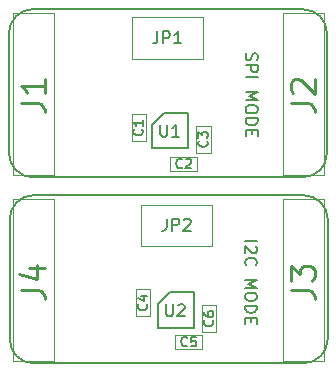
<source format=gbr>
%TF.GenerationSoftware,KiCad,Pcbnew,4.0.4+e1-6308~48~ubuntu16.04.1-stable*%
%TF.CreationDate,2017-01-02T12:50:36-08:00*%
%TF.ProjectId,mpu9250-breakout,6D7075393235302D627265616B6F7574,v1.0*%
%TF.FileFunction,Other,Fab,Top*%
%FSLAX46Y46*%
G04 Gerber Fmt 4.6, Leading zero omitted, Abs format (unit mm)*
G04 Created by KiCad (PCBNEW 4.0.4+e1-6308~48~ubuntu16.04.1-stable) date Mon Jan  2 12:50:36 2017*
%MOMM*%
%LPD*%
G01*
G04 APERTURE LIST*
%ADD10C,0.350000*%
%ADD11C,0.152400*%
%ADD12C,0.150000*%
%ADD13C,0.050000*%
%ADD14C,0.050800*%
%ADD15C,0.254000*%
G04 APERTURE END LIST*
D10*
D11*
X150591762Y-95171381D02*
X150543381Y-95316524D01*
X150543381Y-95558428D01*
X150591762Y-95655190D01*
X150640143Y-95703571D01*
X150736905Y-95751952D01*
X150833667Y-95751952D01*
X150930429Y-95703571D01*
X150978810Y-95655190D01*
X151027190Y-95558428D01*
X151075571Y-95364905D01*
X151123952Y-95268143D01*
X151172333Y-95219762D01*
X151269095Y-95171381D01*
X151365857Y-95171381D01*
X151462619Y-95219762D01*
X151511000Y-95268143D01*
X151559381Y-95364905D01*
X151559381Y-95606809D01*
X151511000Y-95751952D01*
X150543381Y-96187381D02*
X151559381Y-96187381D01*
X151559381Y-96574428D01*
X151511000Y-96671190D01*
X151462619Y-96719571D01*
X151365857Y-96767952D01*
X151220714Y-96767952D01*
X151123952Y-96719571D01*
X151075571Y-96671190D01*
X151027190Y-96574428D01*
X151027190Y-96187381D01*
X150543381Y-97203381D02*
X151559381Y-97203381D01*
X150543381Y-98461286D02*
X151559381Y-98461286D01*
X150833667Y-98799952D01*
X151559381Y-99138619D01*
X150543381Y-99138619D01*
X151559381Y-99815953D02*
X151559381Y-100009476D01*
X151511000Y-100106238D01*
X151414238Y-100203000D01*
X151220714Y-100251381D01*
X150882048Y-100251381D01*
X150688524Y-100203000D01*
X150591762Y-100106238D01*
X150543381Y-100009476D01*
X150543381Y-99815953D01*
X150591762Y-99719191D01*
X150688524Y-99622429D01*
X150882048Y-99574048D01*
X151220714Y-99574048D01*
X151414238Y-99622429D01*
X151511000Y-99719191D01*
X151559381Y-99815953D01*
X150543381Y-100686810D02*
X151559381Y-100686810D01*
X151559381Y-100928715D01*
X151511000Y-101073857D01*
X151414238Y-101170619D01*
X151317476Y-101219000D01*
X151123952Y-101267381D01*
X150978810Y-101267381D01*
X150785286Y-101219000D01*
X150688524Y-101170619D01*
X150591762Y-101073857D01*
X150543381Y-100928715D01*
X150543381Y-100686810D01*
X151075571Y-101702810D02*
X151075571Y-102041476D01*
X150543381Y-102186619D02*
X150543381Y-101702810D01*
X151559381Y-101702810D01*
X151559381Y-102186619D01*
X150479881Y-111094762D02*
X151495881Y-111094762D01*
X151399119Y-111530191D02*
X151447500Y-111578572D01*
X151495881Y-111675334D01*
X151495881Y-111917238D01*
X151447500Y-112014000D01*
X151399119Y-112062381D01*
X151302357Y-112110762D01*
X151205595Y-112110762D01*
X151060452Y-112062381D01*
X150479881Y-111481810D01*
X150479881Y-112110762D01*
X150576643Y-113126762D02*
X150528262Y-113078381D01*
X150479881Y-112933238D01*
X150479881Y-112836476D01*
X150528262Y-112691334D01*
X150625024Y-112594572D01*
X150721786Y-112546191D01*
X150915310Y-112497810D01*
X151060452Y-112497810D01*
X151253976Y-112546191D01*
X151350738Y-112594572D01*
X151447500Y-112691334D01*
X151495881Y-112836476D01*
X151495881Y-112933238D01*
X151447500Y-113078381D01*
X151399119Y-113126762D01*
X150479881Y-114336286D02*
X151495881Y-114336286D01*
X150770167Y-114674952D01*
X151495881Y-115013619D01*
X150479881Y-115013619D01*
X151495881Y-115690953D02*
X151495881Y-115884476D01*
X151447500Y-115981238D01*
X151350738Y-116078000D01*
X151157214Y-116126381D01*
X150818548Y-116126381D01*
X150625024Y-116078000D01*
X150528262Y-115981238D01*
X150479881Y-115884476D01*
X150479881Y-115690953D01*
X150528262Y-115594191D01*
X150625024Y-115497429D01*
X150818548Y-115449048D01*
X151157214Y-115449048D01*
X151350738Y-115497429D01*
X151447500Y-115594191D01*
X151495881Y-115690953D01*
X150479881Y-116561810D02*
X151495881Y-116561810D01*
X151495881Y-116803715D01*
X151447500Y-116948857D01*
X151350738Y-117045619D01*
X151253976Y-117094000D01*
X151060452Y-117142381D01*
X150915310Y-117142381D01*
X150721786Y-117094000D01*
X150625024Y-117045619D01*
X150528262Y-116948857D01*
X150479881Y-116803715D01*
X150479881Y-116561810D01*
X151012071Y-117577810D02*
X151012071Y-117916476D01*
X150479881Y-118061619D02*
X150479881Y-117577810D01*
X151495881Y-117577810D01*
X151495881Y-118061619D01*
X132524500Y-105664000D02*
X155384500Y-105664000D01*
X157416500Y-103632000D02*
X157416500Y-93472000D01*
X157416500Y-93472000D02*
G75*
G03X155384500Y-91440000I-2032000J0D01*
G01*
X155384500Y-91440000D02*
X132524500Y-91440000D01*
X132524500Y-91440000D02*
G75*
G03X130492500Y-93472000I0J-2032000D01*
G01*
X130492500Y-93472000D02*
X130492500Y-103632000D01*
X130492500Y-103632000D02*
G75*
G03X132524500Y-105664000I2032000J0D01*
G01*
X155384500Y-105664000D02*
G75*
G03X157416500Y-103632000I0J2032000D01*
G01*
X130556000Y-119380000D02*
G75*
G03X132588000Y-121412000I2032000J0D01*
G01*
X132588000Y-121412000D02*
X155448000Y-121412000D01*
X155448000Y-121412000D02*
G75*
G03X157480000Y-119380000I0J2032000D01*
G01*
X157480000Y-119380000D02*
X157480000Y-109220000D01*
X157480000Y-109220000D02*
G75*
G03X155448000Y-107188000I-2032000J0D01*
G01*
X155448000Y-107188000D02*
X132588000Y-107188000D01*
X132588000Y-107188000D02*
G75*
G03X130556000Y-109220000I0J-2032000D01*
G01*
X130556000Y-109220000D02*
X130556000Y-119380000D01*
D12*
X144129000Y-115413000D02*
X146129000Y-115413000D01*
X146129000Y-115413000D02*
X146129000Y-118413000D01*
X146129000Y-118413000D02*
X143129000Y-118413000D01*
X143129000Y-118413000D02*
X143129000Y-116413000D01*
X143129000Y-116413000D02*
X144129000Y-115413000D01*
D13*
X142078000Y-100339600D02*
X140878000Y-100339600D01*
X142078000Y-100339600D02*
X142078000Y-102639600D01*
X142078000Y-102639600D02*
X140878000Y-102639600D01*
X140878000Y-100339600D02*
X140878000Y-102639600D01*
X144138000Y-103921000D02*
X144138000Y-105121000D01*
X144138000Y-103921000D02*
X146438000Y-103921000D01*
X146438000Y-103921000D02*
X146438000Y-105121000D01*
X144138000Y-105121000D02*
X146438000Y-105121000D01*
X146364400Y-103604800D02*
X147564400Y-103604800D01*
X146364400Y-103604800D02*
X146364400Y-101304800D01*
X146364400Y-101304800D02*
X147564400Y-101304800D01*
X147564400Y-103604800D02*
X147564400Y-101304800D01*
D14*
X134338000Y-105472000D02*
X134338000Y-91722000D01*
X130838000Y-105472000D02*
X134338000Y-105472000D01*
X130838000Y-91722000D02*
X130838000Y-105472000D01*
X134338000Y-91722000D02*
X130838000Y-91722000D01*
X157198000Y-105472000D02*
X157198000Y-91722000D01*
X153698000Y-105472000D02*
X157198000Y-105472000D01*
X153698000Y-91722000D02*
X153698000Y-105472000D01*
X157198000Y-91722000D02*
X153698000Y-91722000D01*
D13*
X146896400Y-92128400D02*
X140896400Y-92128400D01*
X146896400Y-92128400D02*
X146896400Y-95628400D01*
X140896400Y-95628400D02*
X146896400Y-95628400D01*
X140896400Y-92128400D02*
X140896400Y-95628400D01*
D12*
X143645000Y-100203000D02*
X145645000Y-100203000D01*
X145645000Y-100203000D02*
X145645000Y-103203000D01*
X145645000Y-103203000D02*
X142645000Y-103203000D01*
X142645000Y-103203000D02*
X142645000Y-101203000D01*
X142645000Y-101203000D02*
X143645000Y-100203000D01*
D13*
X142459000Y-115140000D02*
X141259000Y-115140000D01*
X142459000Y-115140000D02*
X142459000Y-117440000D01*
X142459000Y-117440000D02*
X141259000Y-117440000D01*
X141259000Y-115140000D02*
X141259000Y-117440000D01*
X144561000Y-119034000D02*
X144561000Y-120234000D01*
X144561000Y-119034000D02*
X146861000Y-119034000D01*
X146861000Y-119034000D02*
X146861000Y-120234000D01*
X144561000Y-120234000D02*
X146861000Y-120234000D01*
X146847000Y-118794000D02*
X148047000Y-118794000D01*
X146847000Y-118794000D02*
X146847000Y-116494000D01*
X146847000Y-116494000D02*
X148047000Y-116494000D01*
X148047000Y-118794000D02*
X148047000Y-116494000D01*
D14*
X157198000Y-121263201D02*
X157198000Y-107513201D01*
X153698000Y-121263201D02*
X157198000Y-121263201D01*
X153698000Y-107513201D02*
X153698000Y-121263201D01*
X157198000Y-107513201D02*
X153698000Y-107513201D01*
X134338000Y-121263201D02*
X134338000Y-107513201D01*
X130838000Y-121263201D02*
X134338000Y-121263201D01*
X130838000Y-107513201D02*
X130838000Y-121263201D01*
X134338000Y-107513201D02*
X130838000Y-107513201D01*
D13*
X147696500Y-107978000D02*
X141696500Y-107978000D01*
X147696500Y-107978000D02*
X147696500Y-111478000D01*
X141696500Y-111478000D02*
X147696500Y-111478000D01*
X141696500Y-107978000D02*
X141696500Y-111478000D01*
D12*
X143803595Y-116428881D02*
X143803595Y-117238405D01*
X143851214Y-117333643D01*
X143898833Y-117381262D01*
X143994071Y-117428881D01*
X144184548Y-117428881D01*
X144279786Y-117381262D01*
X144327405Y-117333643D01*
X144375024Y-117238405D01*
X144375024Y-116428881D01*
X144803595Y-116524119D02*
X144851214Y-116476500D01*
X144946452Y-116428881D01*
X145184548Y-116428881D01*
X145279786Y-116476500D01*
X145327405Y-116524119D01*
X145375024Y-116619357D01*
X145375024Y-116714595D01*
X145327405Y-116857452D01*
X144755976Y-117428881D01*
X145375024Y-117428881D01*
X141763714Y-101622933D02*
X141801810Y-101661028D01*
X141839905Y-101775314D01*
X141839905Y-101851504D01*
X141801810Y-101965790D01*
X141725619Y-102041981D01*
X141649429Y-102080076D01*
X141497048Y-102118171D01*
X141382762Y-102118171D01*
X141230381Y-102080076D01*
X141154190Y-102041981D01*
X141078000Y-101965790D01*
X141039905Y-101851504D01*
X141039905Y-101775314D01*
X141078000Y-101661028D01*
X141116095Y-101622933D01*
X141839905Y-100861028D02*
X141839905Y-101318171D01*
X141839905Y-101089600D02*
X141039905Y-101089600D01*
X141154190Y-101165790D01*
X141230381Y-101241981D01*
X141268476Y-101318171D01*
X145154667Y-104806714D02*
X145116572Y-104844810D01*
X145002286Y-104882905D01*
X144926096Y-104882905D01*
X144811810Y-104844810D01*
X144735619Y-104768619D01*
X144697524Y-104692429D01*
X144659429Y-104540048D01*
X144659429Y-104425762D01*
X144697524Y-104273381D01*
X144735619Y-104197190D01*
X144811810Y-104121000D01*
X144926096Y-104082905D01*
X145002286Y-104082905D01*
X145116572Y-104121000D01*
X145154667Y-104159095D01*
X145459429Y-104159095D02*
X145497524Y-104121000D01*
X145573715Y-104082905D01*
X145764191Y-104082905D01*
X145840381Y-104121000D01*
X145878477Y-104159095D01*
X145916572Y-104235286D01*
X145916572Y-104311476D01*
X145878477Y-104425762D01*
X145421334Y-104882905D01*
X145916572Y-104882905D01*
X147250114Y-102588133D02*
X147288210Y-102626228D01*
X147326305Y-102740514D01*
X147326305Y-102816704D01*
X147288210Y-102930990D01*
X147212019Y-103007181D01*
X147135829Y-103045276D01*
X146983448Y-103083371D01*
X146869162Y-103083371D01*
X146716781Y-103045276D01*
X146640590Y-103007181D01*
X146564400Y-102930990D01*
X146526305Y-102816704D01*
X146526305Y-102740514D01*
X146564400Y-102626228D01*
X146602495Y-102588133D01*
X146526305Y-102321466D02*
X146526305Y-101826228D01*
X146831067Y-102092895D01*
X146831067Y-101978609D01*
X146869162Y-101902419D01*
X146907257Y-101864323D01*
X146983448Y-101826228D01*
X147173924Y-101826228D01*
X147250114Y-101864323D01*
X147288210Y-101902419D01*
X147326305Y-101978609D01*
X147326305Y-102207181D01*
X147288210Y-102283371D01*
X147250114Y-102321466D01*
D15*
X131475238Y-99399333D02*
X132926667Y-99399333D01*
X133216952Y-99496095D01*
X133410476Y-99689619D01*
X133507238Y-99979904D01*
X133507238Y-100173428D01*
X133507238Y-97367334D02*
X133507238Y-98528476D01*
X133507238Y-97947905D02*
X131475238Y-97947905D01*
X131765524Y-98141429D01*
X131959048Y-98334953D01*
X132055810Y-98528476D01*
X154335238Y-99399333D02*
X155786667Y-99399333D01*
X156076952Y-99496095D01*
X156270476Y-99689619D01*
X156367238Y-99979904D01*
X156367238Y-100173428D01*
X154528762Y-98528476D02*
X154432000Y-98431714D01*
X154335238Y-98238191D01*
X154335238Y-97754381D01*
X154432000Y-97560857D01*
X154528762Y-97464095D01*
X154722286Y-97367334D01*
X154915810Y-97367334D01*
X155206095Y-97464095D01*
X156367238Y-98625238D01*
X156367238Y-97367334D01*
D11*
X143049733Y-93322019D02*
X143049733Y-94047733D01*
X143001353Y-94192876D01*
X142904591Y-94289638D01*
X142759448Y-94338019D01*
X142662686Y-94338019D01*
X143533543Y-94338019D02*
X143533543Y-93322019D01*
X143920590Y-93322019D01*
X144017352Y-93370400D01*
X144065733Y-93418781D01*
X144114114Y-93515543D01*
X144114114Y-93660686D01*
X144065733Y-93757448D01*
X144017352Y-93805829D01*
X143920590Y-93854210D01*
X143533543Y-93854210D01*
X145081733Y-94338019D02*
X144501162Y-94338019D01*
X144791448Y-94338019D02*
X144791448Y-93322019D01*
X144694686Y-93467162D01*
X144597924Y-93563924D01*
X144501162Y-93612305D01*
D12*
X143319595Y-101218881D02*
X143319595Y-102028405D01*
X143367214Y-102123643D01*
X143414833Y-102171262D01*
X143510071Y-102218881D01*
X143700548Y-102218881D01*
X143795786Y-102171262D01*
X143843405Y-102123643D01*
X143891024Y-102028405D01*
X143891024Y-101218881D01*
X144891024Y-102218881D02*
X144319595Y-102218881D01*
X144605309Y-102218881D02*
X144605309Y-101218881D01*
X144510071Y-101361738D01*
X144414833Y-101456976D01*
X144319595Y-101504595D01*
X142144714Y-116423333D02*
X142182810Y-116461428D01*
X142220905Y-116575714D01*
X142220905Y-116651904D01*
X142182810Y-116766190D01*
X142106619Y-116842381D01*
X142030429Y-116880476D01*
X141878048Y-116918571D01*
X141763762Y-116918571D01*
X141611381Y-116880476D01*
X141535190Y-116842381D01*
X141459000Y-116766190D01*
X141420905Y-116651904D01*
X141420905Y-116575714D01*
X141459000Y-116461428D01*
X141497095Y-116423333D01*
X141687571Y-115737619D02*
X142220905Y-115737619D01*
X141382810Y-115928095D02*
X141954238Y-116118571D01*
X141954238Y-115623333D01*
X145577667Y-119919714D02*
X145539572Y-119957810D01*
X145425286Y-119995905D01*
X145349096Y-119995905D01*
X145234810Y-119957810D01*
X145158619Y-119881619D01*
X145120524Y-119805429D01*
X145082429Y-119653048D01*
X145082429Y-119538762D01*
X145120524Y-119386381D01*
X145158619Y-119310190D01*
X145234810Y-119234000D01*
X145349096Y-119195905D01*
X145425286Y-119195905D01*
X145539572Y-119234000D01*
X145577667Y-119272095D01*
X146301477Y-119195905D02*
X145920524Y-119195905D01*
X145882429Y-119576857D01*
X145920524Y-119538762D01*
X145996715Y-119500667D01*
X146187191Y-119500667D01*
X146263381Y-119538762D01*
X146301477Y-119576857D01*
X146339572Y-119653048D01*
X146339572Y-119843524D01*
X146301477Y-119919714D01*
X146263381Y-119957810D01*
X146187191Y-119995905D01*
X145996715Y-119995905D01*
X145920524Y-119957810D01*
X145882429Y-119919714D01*
X147732714Y-117777333D02*
X147770810Y-117815428D01*
X147808905Y-117929714D01*
X147808905Y-118005904D01*
X147770810Y-118120190D01*
X147694619Y-118196381D01*
X147618429Y-118234476D01*
X147466048Y-118272571D01*
X147351762Y-118272571D01*
X147199381Y-118234476D01*
X147123190Y-118196381D01*
X147047000Y-118120190D01*
X147008905Y-118005904D01*
X147008905Y-117929714D01*
X147047000Y-117815428D01*
X147085095Y-117777333D01*
X147008905Y-117091619D02*
X147008905Y-117244000D01*
X147047000Y-117320190D01*
X147085095Y-117358285D01*
X147199381Y-117434476D01*
X147351762Y-117472571D01*
X147656524Y-117472571D01*
X147732714Y-117434476D01*
X147770810Y-117396381D01*
X147808905Y-117320190D01*
X147808905Y-117167809D01*
X147770810Y-117091619D01*
X147732714Y-117053523D01*
X147656524Y-117015428D01*
X147466048Y-117015428D01*
X147389857Y-117053523D01*
X147351762Y-117091619D01*
X147313667Y-117167809D01*
X147313667Y-117320190D01*
X147351762Y-117396381D01*
X147389857Y-117434476D01*
X147466048Y-117472571D01*
D15*
X154335238Y-115190534D02*
X155786667Y-115190534D01*
X156076952Y-115287296D01*
X156270476Y-115480820D01*
X156367238Y-115771105D01*
X156367238Y-115964629D01*
X154335238Y-114416439D02*
X154335238Y-113158535D01*
X155109333Y-113835868D01*
X155109333Y-113545582D01*
X155206095Y-113352058D01*
X155302857Y-113255296D01*
X155496381Y-113158535D01*
X155980190Y-113158535D01*
X156173714Y-113255296D01*
X156270476Y-113352058D01*
X156367238Y-113545582D01*
X156367238Y-114126154D01*
X156270476Y-114319677D01*
X156173714Y-114416439D01*
X131475238Y-115190534D02*
X132926667Y-115190534D01*
X133216952Y-115287296D01*
X133410476Y-115480820D01*
X133507238Y-115771105D01*
X133507238Y-115964629D01*
X132152571Y-113352058D02*
X133507238Y-113352058D01*
X131378476Y-113835868D02*
X132829905Y-114319677D01*
X132829905Y-113061773D01*
D11*
X143849833Y-109171619D02*
X143849833Y-109897333D01*
X143801453Y-110042476D01*
X143704691Y-110139238D01*
X143559548Y-110187619D01*
X143462786Y-110187619D01*
X144333643Y-110187619D02*
X144333643Y-109171619D01*
X144720690Y-109171619D01*
X144817452Y-109220000D01*
X144865833Y-109268381D01*
X144914214Y-109365143D01*
X144914214Y-109510286D01*
X144865833Y-109607048D01*
X144817452Y-109655429D01*
X144720690Y-109703810D01*
X144333643Y-109703810D01*
X145301262Y-109268381D02*
X145349643Y-109220000D01*
X145446405Y-109171619D01*
X145688309Y-109171619D01*
X145785071Y-109220000D01*
X145833452Y-109268381D01*
X145881833Y-109365143D01*
X145881833Y-109461905D01*
X145833452Y-109607048D01*
X145252881Y-110187619D01*
X145881833Y-110187619D01*
M02*

</source>
